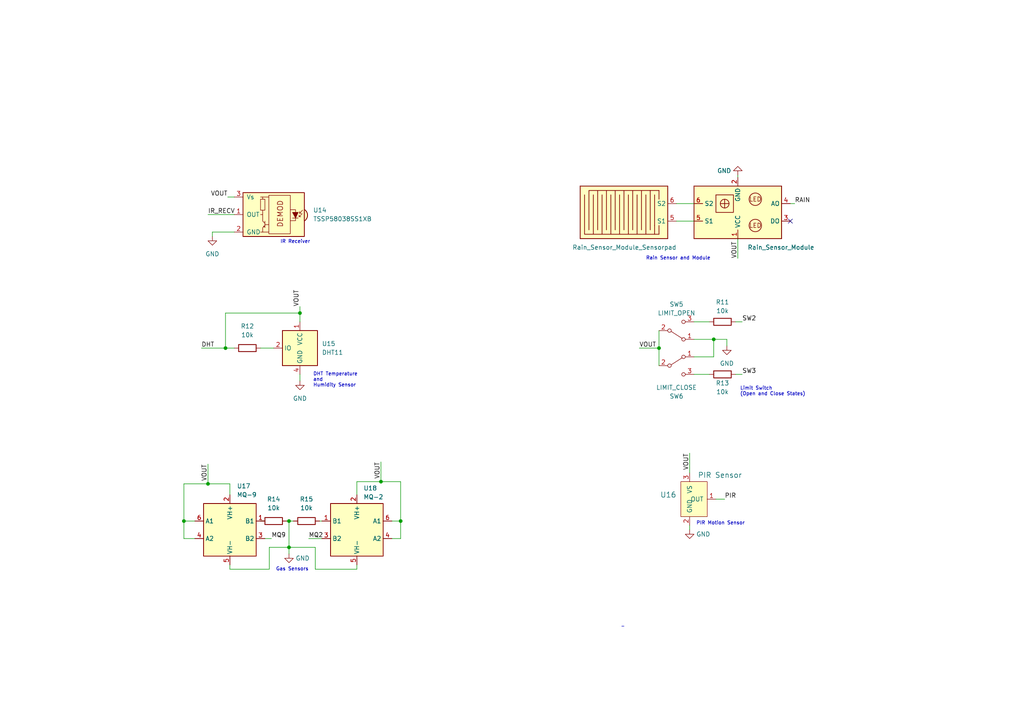
<source format=kicad_sch>
(kicad_sch (version 20211123) (generator eeschema)

  (uuid f9a45b2d-9b8a-48da-ba70-648c1de805eb)

  (paper "A4")

  (lib_symbols
    (symbol "Automated_Window:Rain_Sensor_Module" (in_bom yes) (on_board yes)
      (property "Reference" "U" (id 0) (at -7.62 8.89 0)
        (effects (font (size 1.27 1.27)) (justify right) hide)
      )
      (property "Value" "Rain_Sensor_Module" (id 1) (at 22.86 10.16 0)
        (effects (font (size 1.27 1.27)) (justify right))
      )
      (property "Footprint" "" (id 2) (at 0 -15.24 0)
        (effects (font (size 1.27 1.27)) hide)
      )
      (property "Datasheet" "https://www.openhacks.com/uploadsproductos/rain_sensor_module.pdf" (id 3) (at 1.778 6.35 0)
        (effects (font (size 1.27 1.27)) hide)
      )
      (property "ki_keywords" "Rain sensor Module" (id 4) (at 0 0 0)
        (effects (font (size 1.27 1.27)) hide)
      )
      (property "ki_description" "Rain sensor module for arduino" (id 5) (at 0 0 0)
        (effects (font (size 1.27 1.27)) hide)
      )
      (symbol "Rain_Sensor_Module_0_0"
        (text "LED" (at -2.54 -3.81 0)
          (effects (font (size 1.27 1.27)))
        )
        (text "LED" (at -2.54 3.81 0)
          (effects (font (size 1.27 1.27)))
        )
        (pin bidirectional line (at 15.24 2.54 180) (length 2.54)
          (name "S1" (effects (font (size 1.27 1.27))))
          (number "5" (effects (font (size 1.27 1.27))))
        )
        (pin bidirectional line (at 15.24 -2.54 180) (length 2.54)
          (name "S2" (effects (font (size 1.27 1.27))))
          (number "6" (effects (font (size 1.27 1.27))))
        )
      )
      (symbol "Rain_Sensor_Module_0_1"
        (rectangle (start -10.16 7.62) (end 15.24 -7.62)
          (stroke (width 0.254) (type default) (color 0 0 0 0))
          (fill (type background))
        )
        (circle (center -2.54 -3.81) (radius 1.8034)
          (stroke (width 0.2032) (type default) (color 0 0 0 0))
          (fill (type none))
        )
        (circle (center -2.54 3.81) (radius 1.8034)
          (stroke (width 0.2032) (type default) (color 0 0 0 0))
          (fill (type none))
        )
        (polyline
          (pts
            (xy 5.08 -2.54)
            (xy 7.62 -2.54)
          )
          (stroke (width 0.2032) (type default) (color 0 0 0 0))
          (fill (type none))
        )
        (polyline
          (pts
            (xy 6.35 -1.27)
            (xy 6.35 -3.81)
          )
          (stroke (width 0.2032) (type default) (color 0 0 0 0))
          (fill (type none))
        )
        (rectangle (start 3.81 0) (end 8.89 -5.08)
          (stroke (width 0.2032) (type default) (color 0 0 0 0))
          (fill (type none))
        )
        (circle (center 6.35 -2.54) (radius 1.27)
          (stroke (width 0.2032) (type default) (color 0 0 0 0))
          (fill (type none))
        )
      )
      (symbol "Rain_Sensor_Module_1_1"
        (pin power_in line (at 2.54 7.62 270) (length 2.54)
          (name "VCC" (effects (font (size 1.27 1.27))))
          (number "1" (effects (font (size 1.27 1.27))))
        )
        (pin power_in line (at 2.54 -10.16 90) (length 2.54)
          (name "GND" (effects (font (size 1.27 1.27))))
          (number "2" (effects (font (size 1.27 1.27))))
        )
        (pin output line (at -12.7 2.54 0) (length 2.54)
          (name "DO" (effects (font (size 1.27 1.27))))
          (number "3" (effects (font (size 1.27 1.27))))
        )
        (pin output line (at -12.7 -2.54 0) (length 2.54)
          (name "AO" (effects (font (size 1.27 1.27))))
          (number "4" (effects (font (size 1.27 1.27))))
        )
      )
    )
    (symbol "Automated_Window:Rain_Sensor_Module_Sensorpad" (in_bom yes) (on_board yes)
      (property "Reference" "U" (id 0) (at -7.62 8.89 0)
        (effects (font (size 1.27 1.27)) (justify right) hide)
      )
      (property "Value" "Rain_Sensor_Module_Sensorpad" (id 1) (at 16.51 10.16 0)
        (effects (font (size 1.27 1.27)) (justify right))
      )
      (property "Footprint" "" (id 2) (at 0 -15.24 0)
        (effects (font (size 1.27 1.27)) hide)
      )
      (property "Datasheet" "https://www.openhacks.com/uploadsproductos/rain_sensor_module.pdf" (id 3) (at 1.778 6.35 0)
        (effects (font (size 1.27 1.27)) hide)
      )
      (property "ki_keywords" "Rain sensor Module sensorpad" (id 4) (at 0 0 0)
        (effects (font (size 1.27 1.27)) hide)
      )
      (property "ki_description" "Rain sensor module sensorpad for arduino" (id 5) (at 0 0 0)
        (effects (font (size 1.27 1.27)) hide)
      )
      (symbol "Rain_Sensor_Module_Sensorpad_0_0"
        (rectangle (start -7.62 -6.35) (end -7.62 -3.81)
          (stroke (width 0.2032) (type default) (color 0 0 0 0))
          (fill (type none))
        )
        (rectangle (start -7.62 6.35) (end -7.62 3.81)
          (stroke (width 0.2032) (type default) (color 0 0 0 0))
          (fill (type none))
        )
        (rectangle (start -6.35 3.81) (end -6.35 -5.08)
          (stroke (width 0.2032) (type default) (color 0 0 0 0))
          (fill (type none))
        )
        (rectangle (start -6.35 6.35) (end -7.62 6.35)
          (stroke (width 0.2032) (type default) (color 0 0 0 0))
          (fill (type none))
        )
        (rectangle (start -5.08 -6.35) (end -7.62 -6.35)
          (stroke (width 0.2032) (type default) (color 0 0 0 0))
          (fill (type none))
        )
        (polyline
          (pts
            (xy 12.7 5.08)
            (xy 12.7 -6.35)
            (xy 10.16 -6.35)
            (xy 10.16 5.08)
            (xy 10.16 -6.35)
            (xy 7.62 -6.35)
            (xy 7.62 5.08)
            (xy 7.62 -6.35)
            (xy 5.08 -6.35)
            (xy 5.08 5.08)
            (xy 5.08 -6.35)
            (xy 2.54 -6.35)
            (xy 2.54 5.08)
            (xy 2.54 -6.35)
            (xy 0 -6.35)
            (xy 0 5.08)
            (xy 0 -6.35)
            (xy -2.54 -6.35)
            (xy -2.54 5.08)
            (xy -2.54 -6.35)
            (xy -5.08 -6.35)
            (xy -5.08 5.08)
          )
          (stroke (width 0.2032) (type default) (color 0 0 0 0))
          (fill (type none))
        )
        (polyline
          (pts
            (xy -6.35 3.81)
            (xy -6.35 6.35)
            (xy -3.81 6.35)
            (xy -3.81 -5.08)
            (xy -3.81 6.35)
            (xy -1.27 6.35)
            (xy -1.27 -5.08)
            (xy -1.27 6.35)
            (xy 1.27 6.35)
            (xy 1.27 -5.08)
            (xy 1.27 6.35)
            (xy 3.81 6.35)
            (xy 3.81 -5.08)
            (xy 3.81 6.35)
            (xy 6.35 6.35)
            (xy 6.35 -5.08)
            (xy 6.35 6.35)
            (xy 8.89 6.35)
            (xy 8.89 -5.08)
            (xy 8.89 6.35)
            (xy 11.43 6.35)
            (xy 11.43 -5.08)
            (xy 11.43 6.35)
            (xy 13.97 6.35)
            (xy 13.97 -5.08)
          )
          (stroke (width 0.2032) (type default) (color 0 0 0 0))
          (fill (type none))
        )
        (pin bidirectional line (at -12.7 2.54 0) (length 2.54)
          (name "S1" (effects (font (size 1.27 1.27))))
          (number "5" (effects (font (size 1.27 1.27))))
        )
        (pin bidirectional line (at -12.7 -2.54 0) (length 2.54)
          (name "S2" (effects (font (size 1.27 1.27))))
          (number "6" (effects (font (size 1.27 1.27))))
        )
      )
      (symbol "Rain_Sensor_Module_Sensorpad_0_1"
        (rectangle (start -10.16 7.62) (end 15.24 -7.62)
          (stroke (width 0.254) (type default) (color 0 0 0 0))
          (fill (type background))
        )
      )
    )
    (symbol "Automated_Window:TSOP38238" (pin_names (offset 1.016)) (in_bom yes) (on_board yes)
      (property "Reference" "U" (id 0) (at -2.413 3.556 0)
        (effects (font (size 1.524 1.524)) (justify left))
      )
      (property "Value" "TSOP38238" (id 1) (at 0.762 -8.89 0)
        (effects (font (size 1.524 1.524)) (justify left))
      )
      (property "Footprint" "digikey-footprints:IR_Receiver_TSOP38238" (id 2) (at 5.08 5.08 0)
        (effects (font (size 1.524 1.524)) (justify left) hide)
      )
      (property "Datasheet" "http://www.vishay.com/docs/82491/tsop382.pdf" (id 3) (at 5.08 7.62 0)
        (effects (font (size 1.524 1.524)) (justify left) hide)
      )
      (property "Digi-Key_PN" "751-1227-ND" (id 4) (at 5.08 10.16 0)
        (effects (font (size 1.524 1.524)) (justify left) hide)
      )
      (property "MPN" "TSOP38238" (id 5) (at 5.08 12.7 0)
        (effects (font (size 1.524 1.524)) (justify left) hide)
      )
      (property "Category" "Sensors, Transducers" (id 6) (at 5.08 15.24 0)
        (effects (font (size 1.524 1.524)) (justify left) hide)
      )
      (property "Family" "Optical Sensors - Photo Detectors - Remote Receiver" (id 7) (at 5.08 17.78 0)
        (effects (font (size 1.524 1.524)) (justify left) hide)
      )
      (property "DK_Datasheet_Link" "http://www.vishay.com/docs/82491/tsop382.pdf" (id 8) (at 5.08 20.32 0)
        (effects (font (size 1.524 1.524)) (justify left) hide)
      )
      (property "DK_Detail_Page" "/product-detail/en/vishay-semiconductor-opto-division/TSOP38238/751-1227-ND/1681362" (id 9) (at 5.08 22.86 0)
        (effects (font (size 1.524 1.524)) (justify left) hide)
      )
      (property "Description" "SENSOR REMOTE REC 38.0KHZ 45M" (id 10) (at 5.08 25.4 0)
        (effects (font (size 1.524 1.524)) (justify left) hide)
      )
      (property "Manufacturer" "Vishay Semiconductor Opto Division" (id 11) (at 5.08 27.94 0)
        (effects (font (size 1.524 1.524)) (justify left) hide)
      )
      (property "Status" "Active" (id 12) (at 5.08 30.48 0)
        (effects (font (size 1.524 1.524)) (justify left) hide)
      )
      (property "ki_keywords" "751-1227-ND" (id 13) (at 0 0 0)
        (effects (font (size 1.27 1.27)) hide)
      )
      (property "ki_description" "SENSOR REMOTE REC 38.0KHZ 45M" (id 14) (at 0 0 0)
        (effects (font (size 1.27 1.27)) hide)
      )
      (symbol "TSOP38238_0_1"
        (rectangle (start -2.54 2.54) (end 5.08 -7.62)
          (stroke (width 0) (type default) (color 0 0 0 0))
          (fill (type background))
        )
      )
      (symbol "TSOP38238_1_1"
        (pin output line (at 7.62 -2.54 180) (length 2.54)
          (name "OUT" (effects (font (size 1.27 1.27))))
          (number "1" (effects (font (size 1.27 1.27))))
        )
        (pin power_in line (at 0 -10.16 90) (length 2.54)
          (name "GND" (effects (font (size 1.27 1.27))))
          (number "2" (effects (font (size 1.27 1.27))))
        )
        (pin power_in line (at 0 5.08 270) (length 2.54)
          (name "VS" (effects (font (size 1.27 1.27))))
          (number "3" (effects (font (size 1.27 1.27))))
        )
      )
    )
    (symbol "Device:R" (pin_numbers hide) (pin_names (offset 0)) (in_bom yes) (on_board yes)
      (property "Reference" "R" (id 0) (at 2.032 0 90)
        (effects (font (size 1.27 1.27)))
      )
      (property "Value" "R" (id 1) (at 0 0 90)
        (effects (font (size 1.27 1.27)))
      )
      (property "Footprint" "" (id 2) (at -1.778 0 90)
        (effects (font (size 1.27 1.27)) hide)
      )
      (property "Datasheet" "~" (id 3) (at 0 0 0)
        (effects (font (size 1.27 1.27)) hide)
      )
      (property "ki_keywords" "R res resistor" (id 4) (at 0 0 0)
        (effects (font (size 1.27 1.27)) hide)
      )
      (property "ki_description" "Resistor" (id 5) (at 0 0 0)
        (effects (font (size 1.27 1.27)) hide)
      )
      (property "ki_fp_filters" "R_*" (id 6) (at 0 0 0)
        (effects (font (size 1.27 1.27)) hide)
      )
      (symbol "R_0_1"
        (rectangle (start -1.016 -2.54) (end 1.016 2.54)
          (stroke (width 0.254) (type default) (color 0 0 0 0))
          (fill (type none))
        )
      )
      (symbol "R_1_1"
        (pin passive line (at 0 3.81 270) (length 1.27)
          (name "~" (effects (font (size 1.27 1.27))))
          (number "1" (effects (font (size 1.27 1.27))))
        )
        (pin passive line (at 0 -3.81 90) (length 1.27)
          (name "~" (effects (font (size 1.27 1.27))))
          (number "2" (effects (font (size 1.27 1.27))))
        )
      )
    )
    (symbol "Sensor:DHT11" (in_bom yes) (on_board yes)
      (property "Reference" "U" (id 0) (at -3.81 6.35 0)
        (effects (font (size 1.27 1.27)))
      )
      (property "Value" "DHT11" (id 1) (at 3.81 6.35 0)
        (effects (font (size 1.27 1.27)))
      )
      (property "Footprint" "Sensor:Aosong_DHT11_5.5x12.0_P2.54mm" (id 2) (at 0 -10.16 0)
        (effects (font (size 1.27 1.27)) hide)
      )
      (property "Datasheet" "http://akizukidenshi.com/download/ds/aosong/DHT11.pdf" (id 3) (at 3.81 6.35 0)
        (effects (font (size 1.27 1.27)) hide)
      )
      (property "ki_keywords" "Digital temperature humidity sensor" (id 4) (at 0 0 0)
        (effects (font (size 1.27 1.27)) hide)
      )
      (property "ki_description" "Temperature and humidity module" (id 5) (at 0 0 0)
        (effects (font (size 1.27 1.27)) hide)
      )
      (property "ki_fp_filters" "Aosong*DHT11*5.5x12.0*P2.54mm*" (id 6) (at 0 0 0)
        (effects (font (size 1.27 1.27)) hide)
      )
      (symbol "DHT11_0_1"
        (rectangle (start -5.08 5.08) (end 5.08 -5.08)
          (stroke (width 0.254) (type default) (color 0 0 0 0))
          (fill (type background))
        )
      )
      (symbol "DHT11_1_1"
        (pin power_in line (at 0 7.62 270) (length 2.54)
          (name "VCC" (effects (font (size 1.27 1.27))))
          (number "1" (effects (font (size 1.27 1.27))))
        )
        (pin bidirectional line (at 7.62 0 180) (length 2.54)
          (name "IO" (effects (font (size 1.27 1.27))))
          (number "2" (effects (font (size 1.27 1.27))))
        )
        (pin no_connect line (at -5.08 0 0) (length 2.54) hide
          (name "NC" (effects (font (size 1.27 1.27))))
          (number "3" (effects (font (size 1.27 1.27))))
        )
        (pin power_in line (at 0 -7.62 90) (length 2.54)
          (name "GND" (effects (font (size 1.27 1.27))))
          (number "4" (effects (font (size 1.27 1.27))))
        )
      )
    )
    (symbol "Sensor_Gas:MQ-6" (in_bom yes) (on_board yes)
      (property "Reference" "U" (id 0) (at -6.35 8.89 0)
        (effects (font (size 1.27 1.27)))
      )
      (property "Value" "MQ-6" (id 1) (at 3.81 8.89 0)
        (effects (font (size 1.27 1.27)))
      )
      (property "Footprint" "Sensor:MQ-6" (id 2) (at 1.27 -11.43 0)
        (effects (font (size 1.27 1.27)) hide)
      )
      (property "Datasheet" "https://www.winsen-sensor.com/d/files/semiconductor/mq-6.pdf" (id 3) (at 0 6.35 0)
        (effects (font (size 1.27 1.27)) hide)
      )
      (property "ki_keywords" "flammable gas sensor LPG" (id 4) (at 0 0 0)
        (effects (font (size 1.27 1.27)) hide)
      )
      (property "ki_description" "Semiconductor Sensor for Flammable Gas" (id 5) (at 0 0 0)
        (effects (font (size 1.27 1.27)) hide)
      )
      (property "ki_fp_filters" "*MQ*6*" (id 6) (at 0 0 0)
        (effects (font (size 1.27 1.27)) hide)
      )
      (symbol "MQ-6_0_1"
        (rectangle (start -7.62 7.62) (end 7.62 -7.62)
          (stroke (width 0.254) (type default) (color 0 0 0 0))
          (fill (type background))
        )
      )
      (symbol "MQ-6_1_1"
        (pin passive line (at 10.16 2.54 180) (length 2.54)
          (name "B1" (effects (font (size 1.27 1.27))))
          (number "1" (effects (font (size 1.27 1.27))))
        )
        (pin power_in line (at 0 10.16 270) (length 2.54)
          (name "VH+" (effects (font (size 1.27 1.27))))
          (number "2" (effects (font (size 1.27 1.27))))
        )
        (pin passive line (at 10.16 -2.54 180) (length 2.54)
          (name "B2" (effects (font (size 1.27 1.27))))
          (number "3" (effects (font (size 1.27 1.27))))
        )
        (pin passive line (at -10.16 -2.54 0) (length 2.54)
          (name "A2" (effects (font (size 1.27 1.27))))
          (number "4" (effects (font (size 1.27 1.27))))
        )
        (pin power_in line (at 0 -10.16 90) (length 2.54)
          (name "VH-" (effects (font (size 1.27 1.27))))
          (number "5" (effects (font (size 1.27 1.27))))
        )
        (pin passive line (at -10.16 2.54 0) (length 2.54)
          (name "A1" (effects (font (size 1.27 1.27))))
          (number "6" (effects (font (size 1.27 1.27))))
        )
      )
    )
    (symbol "Sensor_Proximity:TSSP58038SS1XB" (pin_names (offset 1.016)) (in_bom yes) (on_board yes)
      (property "Reference" "U" (id 0) (at -10.16 7.62 0)
        (effects (font (size 1.27 1.27)) (justify left))
      )
      (property "Value" "TSSP58038SS1XB" (id 1) (at -10.16 -7.62 0)
        (effects (font (size 1.27 1.27)) (justify left))
      )
      (property "Footprint" "OptoDevice:Vishay_MINICAST-3Pin" (id 2) (at -1.27 -9.525 0)
        (effects (font (size 1.27 1.27)) hide)
      )
      (property "Datasheet" "http://www.vishay.com/docs/82740/tssp58038ss1xb.pdf" (id 3) (at 16.51 7.62 0)
        (effects (font (size 1.27 1.27)) hide)
      )
      (property "ki_keywords" "opto IR receiver light barrier" (id 4) (at 0 0 0)
        (effects (font (size 1.27 1.27)) hide)
      )
      (property "ki_description" "IR Receiver Module for Light Barrier Systems" (id 5) (at 0 0 0)
        (effects (font (size 1.27 1.27)) hide)
      )
      (property "ki_fp_filters" "Vishay*MINICAST*" (id 6) (at 0 0 0)
        (effects (font (size 1.27 1.27)) hide)
      )
      (symbol "TSSP58038SS1XB_0_0"
        (arc (start -10.287 1.397) (mid -11.0899 -0.1852) (end -10.287 -1.778)
          (stroke (width 0.254) (type default) (color 0 0 0 0))
          (fill (type background))
        )
        (polyline
          (pts
            (xy 1.905 -5.08)
            (xy 0.127 -5.08)
          )
          (stroke (width 0) (type default) (color 0 0 0 0))
          (fill (type none))
        )
        (polyline
          (pts
            (xy 1.905 5.08)
            (xy 0.127 5.08)
          )
          (stroke (width 0) (type default) (color 0 0 0 0))
          (fill (type none))
        )
        (text "DEMOD" (at -3.175 0.254 900)
          (effects (font (size 1.524 1.524)))
        )
      )
      (symbol "TSSP58038SS1XB_0_1"
        (rectangle (start -6.096 5.588) (end 0.127 -5.588)
          (stroke (width 0) (type default) (color 0 0 0 0))
          (fill (type none))
        )
        (polyline
          (pts
            (xy -8.763 0.381)
            (xy -9.652 1.27)
          )
          (stroke (width 0) (type default) (color 0 0 0 0))
          (fill (type none))
        )
        (polyline
          (pts
            (xy -8.763 0.381)
            (xy -9.271 0.381)
          )
          (stroke (width 0) (type default) (color 0 0 0 0))
          (fill (type none))
        )
        (polyline
          (pts
            (xy -8.763 0.381)
            (xy -8.763 0.889)
          )
          (stroke (width 0) (type default) (color 0 0 0 0))
          (fill (type none))
        )
        (polyline
          (pts
            (xy -8.636 -0.635)
            (xy -9.525 0.254)
          )
          (stroke (width 0) (type default) (color 0 0 0 0))
          (fill (type none))
        )
        (polyline
          (pts
            (xy -8.636 -0.635)
            (xy -9.144 -0.635)
          )
          (stroke (width 0) (type default) (color 0 0 0 0))
          (fill (type none))
        )
        (polyline
          (pts
            (xy -8.636 -0.635)
            (xy -8.636 -0.127)
          )
          (stroke (width 0) (type default) (color 0 0 0 0))
          (fill (type none))
        )
        (polyline
          (pts
            (xy -8.382 -1.016)
            (xy -6.731 -1.016)
          )
          (stroke (width 0) (type default) (color 0 0 0 0))
          (fill (type none))
        )
        (polyline
          (pts
            (xy 1.27 -2.921)
            (xy 0.127 -2.921)
          )
          (stroke (width 0) (type default) (color 0 0 0 0))
          (fill (type none))
        )
        (polyline
          (pts
            (xy 1.27 -1.905)
            (xy 1.27 -3.81)
          )
          (stroke (width 0) (type default) (color 0 0 0 0))
          (fill (type none))
        )
        (polyline
          (pts
            (xy 1.397 -3.556)
            (xy 1.524 -3.556)
          )
          (stroke (width 0) (type default) (color 0 0 0 0))
          (fill (type none))
        )
        (polyline
          (pts
            (xy 1.651 -3.556)
            (xy 1.524 -3.556)
          )
          (stroke (width 0) (type default) (color 0 0 0 0))
          (fill (type none))
        )
        (polyline
          (pts
            (xy 1.651 -3.556)
            (xy 1.651 -3.302)
          )
          (stroke (width 0) (type default) (color 0 0 0 0))
          (fill (type none))
        )
        (polyline
          (pts
            (xy 1.905 0)
            (xy 1.905 1.27)
          )
          (stroke (width 0) (type default) (color 0 0 0 0))
          (fill (type none))
        )
        (polyline
          (pts
            (xy 1.905 4.445)
            (xy 1.905 5.08)
            (xy 2.54 5.08)
          )
          (stroke (width 0) (type default) (color 0 0 0 0))
          (fill (type none))
        )
        (polyline
          (pts
            (xy -8.382 0.635)
            (xy -6.731 0.635)
            (xy -7.62 -1.016)
            (xy -8.382 0.635)
          )
          (stroke (width 0) (type default) (color 0 0 0 0))
          (fill (type outline))
        )
        (polyline
          (pts
            (xy -6.096 1.397)
            (xy -7.62 1.397)
            (xy -7.62 -1.778)
            (xy -6.096 -1.778)
          )
          (stroke (width 0) (type default) (color 0 0 0 0))
          (fill (type none))
        )
        (polyline
          (pts
            (xy 1.27 -3.175)
            (xy 1.905 -3.81)
            (xy 1.905 -5.08)
            (xy 2.54 -5.08)
          )
          (stroke (width 0) (type default) (color 0 0 0 0))
          (fill (type none))
        )
        (polyline
          (pts
            (xy 1.27 -2.54)
            (xy 1.905 -1.905)
            (xy 1.905 0)
            (xy 2.54 0)
          )
          (stroke (width 0) (type default) (color 0 0 0 0))
          (fill (type none))
        )
        (rectangle (start 2.54 1.27) (end 1.27 4.445)
          (stroke (width 0) (type default) (color 0 0 0 0))
          (fill (type none))
        )
        (rectangle (start 7.62 6.35) (end -10.16 -6.35)
          (stroke (width 0.254) (type default) (color 0 0 0 0))
          (fill (type background))
        )
      )
      (symbol "TSSP58038SS1XB_1_1"
        (pin output line (at 10.16 0 180) (length 2.54)
          (name "OUT" (effects (font (size 1.27 1.27))))
          (number "1" (effects (font (size 1.27 1.27))))
        )
        (pin power_in line (at 10.16 -5.08 180) (length 2.54)
          (name "GND" (effects (font (size 1.27 1.27))))
          (number "2" (effects (font (size 1.27 1.27))))
        )
        (pin power_in line (at 10.16 5.08 180) (length 2.54)
          (name "Vs" (effects (font (size 1.27 1.27))))
          (number "3" (effects (font (size 1.27 1.27))))
        )
      )
    )
    (symbol "Switch:SW_SPDT" (pin_names (offset 0) hide) (in_bom yes) (on_board yes)
      (property "Reference" "SW" (id 0) (at 0 4.318 0)
        (effects (font (size 1.27 1.27)))
      )
      (property "Value" "SW_SPDT" (id 1) (at 0 -5.08 0)
        (effects (font (size 1.27 1.27)))
      )
      (property "Footprint" "" (id 2) (at 0 0 0)
        (effects (font (size 1.27 1.27)) hide)
      )
      (property "Datasheet" "~" (id 3) (at 0 0 0)
        (effects (font (size 1.27 1.27)) hide)
      )
      (property "ki_keywords" "switch single-pole double-throw spdt ON-ON" (id 4) (at 0 0 0)
        (effects (font (size 1.27 1.27)) hide)
      )
      (property "ki_description" "Switch, single pole double throw" (id 5) (at 0 0 0)
        (effects (font (size 1.27 1.27)) hide)
      )
      (symbol "SW_SPDT_0_0"
        (circle (center -2.032 0) (radius 0.508)
          (stroke (width 0) (type default) (color 0 0 0 0))
          (fill (type none))
        )
        (circle (center 2.032 -2.54) (radius 0.508)
          (stroke (width 0) (type default) (color 0 0 0 0))
          (fill (type none))
        )
      )
      (symbol "SW_SPDT_0_1"
        (polyline
          (pts
            (xy -1.524 0.254)
            (xy 1.651 2.286)
          )
          (stroke (width 0) (type default) (color 0 0 0 0))
          (fill (type none))
        )
        (circle (center 2.032 2.54) (radius 0.508)
          (stroke (width 0) (type default) (color 0 0 0 0))
          (fill (type none))
        )
      )
      (symbol "SW_SPDT_1_1"
        (pin passive line (at 5.08 2.54 180) (length 2.54)
          (name "A" (effects (font (size 1.27 1.27))))
          (number "1" (effects (font (size 1.27 1.27))))
        )
        (pin passive line (at -5.08 0 0) (length 2.54)
          (name "B" (effects (font (size 1.27 1.27))))
          (number "2" (effects (font (size 1.27 1.27))))
        )
        (pin passive line (at 5.08 -2.54 180) (length 2.54)
          (name "C" (effects (font (size 1.27 1.27))))
          (number "3" (effects (font (size 1.27 1.27))))
        )
      )
    )
    (symbol "power:GND" (power) (pin_names (offset 0)) (in_bom yes) (on_board yes)
      (property "Reference" "#PWR" (id 0) (at 0 -6.35 0)
        (effects (font (size 1.27 1.27)) hide)
      )
      (property "Value" "GND" (id 1) (at 0 -3.81 0)
        (effects (font (size 1.27 1.27)))
      )
      (property "Footprint" "" (id 2) (at 0 0 0)
        (effects (font (size 1.27 1.27)) hide)
      )
      (property "Datasheet" "" (id 3) (at 0 0 0)
        (effects (font (size 1.27 1.27)) hide)
      )
      (property "ki_keywords" "power-flag" (id 4) (at 0 0 0)
        (effects (font (size 1.27 1.27)) hide)
      )
      (property "ki_description" "Power symbol creates a global label with name \"GND\" , ground" (id 5) (at 0 0 0)
        (effects (font (size 1.27 1.27)) hide)
      )
      (symbol "GND_0_1"
        (polyline
          (pts
            (xy 0 0)
            (xy 0 -1.27)
            (xy 1.27 -1.27)
            (xy 0 -2.54)
            (xy -1.27 -1.27)
            (xy 0 -1.27)
          )
          (stroke (width 0) (type default) (color 0 0 0 0))
          (fill (type none))
        )
      )
      (symbol "GND_1_1"
        (pin power_in line (at 0 0 270) (length 0) hide
          (name "GND" (effects (font (size 1.27 1.27))))
          (number "1" (effects (font (size 1.27 1.27))))
        )
      )
    )
  )

  (junction (at 116.205 151.13) (diameter 0) (color 0 0 0 0)
    (uuid 101e1ad0-aa4f-44a6-9702-5418e3bdf925)
  )
  (junction (at 60.325 140.335) (diameter 0) (color 0 0 0 0)
    (uuid 122c80d2-eedb-4688-af54-bfd0f645569e)
  )
  (junction (at 83.82 158.75) (diameter 0) (color 0 0 0 0)
    (uuid 2f3b6d13-168f-4833-b526-ed62f13492c1)
  )
  (junction (at 65.405 100.965) (diameter 0) (color 0 0 0 0)
    (uuid 31dbe355-e9ad-4d4d-ada9-0f8d65a65c72)
  )
  (junction (at 86.995 90.805) (diameter 0) (color 0 0 0 0)
    (uuid 9761f113-9db6-41bd-8a75-e6de6f5f65db)
  )
  (junction (at 53.34 151.13) (diameter 0) (color 0 0 0 0)
    (uuid ab7cc3e3-acab-4fe0-a3a8-2b704d358a8d)
  )
  (junction (at 191.135 100.965) (diameter 0) (color 0 0 0 0)
    (uuid b962287f-2ca4-457e-9504-67b2af51a6f4)
  )
  (junction (at 207.01 98.425) (diameter 0) (color 0 0 0 0)
    (uuid d2804dff-7cee-4ab0-8964-ede9e22f9782)
  )
  (junction (at 83.82 151.13) (diameter 0) (color 0 0 0 0)
    (uuid e2cc971e-4645-4014-ba7d-b4fe60a49ee0)
  )
  (junction (at 110.49 139.7) (diameter 0) (color 0 0 0 0)
    (uuid e8db2c09-dbc9-49f4-96fc-3cf59a470627)
  )

  (no_connect (at 229.235 64.135) (uuid 78c1752c-2a5e-471d-880a-5d7841b10f92))

  (wire (pts (xy 93.345 151.13) (xy 92.71 151.13))
    (stroke (width 0) (type default) (color 0 0 0 0))
    (uuid 038883cf-b8ba-4dfb-b17e-9fc944eee707)
  )
  (wire (pts (xy 53.34 140.335) (xy 53.34 151.13))
    (stroke (width 0) (type default) (color 0 0 0 0))
    (uuid 0a789dc3-cf2f-4e46-8891-2d76587feea5)
  )
  (wire (pts (xy 201.295 98.425) (xy 207.01 98.425))
    (stroke (width 0) (type default) (color 0 0 0 0))
    (uuid 0a8e3a72-ade0-40c1-811b-94767258e0ce)
  )
  (wire (pts (xy 61.595 68.58) (xy 61.595 67.31))
    (stroke (width 0) (type default) (color 0 0 0 0))
    (uuid 0f67eaa9-a3d5-4cc8-9790-fa0cdf9f66ae)
  )
  (wire (pts (xy 66.675 163.83) (xy 66.675 165.1))
    (stroke (width 0) (type default) (color 0 0 0 0))
    (uuid 10136ef0-f52e-4d16-8351-fdf42d313f36)
  )
  (wire (pts (xy 65.405 100.965) (xy 67.945 100.965))
    (stroke (width 0) (type default) (color 0 0 0 0))
    (uuid 118980a2-c363-4928-bf80-f423f17d0380)
  )
  (wire (pts (xy 60.325 140.335) (xy 53.34 140.335))
    (stroke (width 0) (type default) (color 0 0 0 0))
    (uuid 118f5a8c-85b0-4cfb-bcf3-14bc4d8215f0)
  )
  (wire (pts (xy 65.405 90.805) (xy 86.995 90.805))
    (stroke (width 0) (type default) (color 0 0 0 0))
    (uuid 1346a322-5e6c-4bb8-b425-a273835ed151)
  )
  (wire (pts (xy 83.185 151.13) (xy 83.82 151.13))
    (stroke (width 0) (type default) (color 0 0 0 0))
    (uuid 13ddd619-8567-4154-b383-5a1ebe8bfe05)
  )
  (wire (pts (xy 191.135 100.965) (xy 191.135 95.885))
    (stroke (width 0) (type default) (color 0 0 0 0))
    (uuid 166fd39e-653d-457e-966d-d11ef8454dba)
  )
  (wire (pts (xy 85.09 151.13) (xy 83.82 151.13))
    (stroke (width 0) (type default) (color 0 0 0 0))
    (uuid 1841d825-308f-4a50-8616-9aa740e3d2d8)
  )
  (wire (pts (xy 56.515 156.21) (xy 53.34 156.21))
    (stroke (width 0) (type default) (color 0 0 0 0))
    (uuid 1d5a6bf1-f888-4a49-bbef-394ab367ccb4)
  )
  (wire (pts (xy 201.295 108.585) (xy 205.74 108.585))
    (stroke (width 0) (type default) (color 0 0 0 0))
    (uuid 1e495e68-40db-4d00-9ebe-f003b6eda461)
  )
  (wire (pts (xy 103.505 143.51) (xy 103.505 139.7))
    (stroke (width 0) (type default) (color 0 0 0 0))
    (uuid 208cbeab-f37d-4e89-bfb4-c5fe393703d6)
  )
  (wire (pts (xy 110.49 133.985) (xy 110.49 139.7))
    (stroke (width 0) (type default) (color 0 0 0 0))
    (uuid 22bb0faf-ecbb-4c44-8cea-4899532e2ddc)
  )
  (wire (pts (xy 207.01 103.505) (xy 207.01 98.425))
    (stroke (width 0) (type default) (color 0 0 0 0))
    (uuid 2ce0b91e-3d5e-435a-8e54-8efafc40b473)
  )
  (wire (pts (xy 210.82 98.425) (xy 210.82 100.33))
    (stroke (width 0) (type default) (color 0 0 0 0))
    (uuid 2e21ece1-b948-4d91-a460-6849415bfc48)
  )
  (wire (pts (xy 66.675 140.335) (xy 60.325 140.335))
    (stroke (width 0) (type default) (color 0 0 0 0))
    (uuid 2ee8a186-5c68-4ad8-ade3-29a3fb907345)
  )
  (wire (pts (xy 91.44 158.75) (xy 83.82 158.75))
    (stroke (width 0) (type default) (color 0 0 0 0))
    (uuid 424ffa86-65ae-4acc-af32-b1f045f8e78d)
  )
  (wire (pts (xy 66.675 165.1) (xy 78.105 165.1))
    (stroke (width 0) (type default) (color 0 0 0 0))
    (uuid 457beb9b-1748-4cda-b4bc-9ef60293f760)
  )
  (wire (pts (xy 53.34 156.21) (xy 53.34 151.13))
    (stroke (width 0) (type default) (color 0 0 0 0))
    (uuid 468dd247-73c3-48e7-b09f-44c5079a8745)
  )
  (wire (pts (xy 89.535 156.21) (xy 93.345 156.21))
    (stroke (width 0) (type default) (color 0 0 0 0))
    (uuid 48ae5c0b-12c9-4260-aa57-c895d6241ac9)
  )
  (wire (pts (xy 60.325 62.23) (xy 67.945 62.23))
    (stroke (width 0) (type default) (color 0 0 0 0))
    (uuid 4dc8a360-dbbb-4d46-bf9f-929f68963f5f)
  )
  (wire (pts (xy 207.01 98.425) (xy 210.82 98.425))
    (stroke (width 0) (type default) (color 0 0 0 0))
    (uuid 509274a9-37e4-4463-8dac-e8db556867f1)
  )
  (wire (pts (xy 110.49 139.7) (xy 116.205 139.7))
    (stroke (width 0) (type default) (color 0 0 0 0))
    (uuid 5c8f8c54-da5c-442f-b72f-e56174883992)
  )
  (wire (pts (xy 213.36 108.585) (xy 215.265 108.585))
    (stroke (width 0) (type default) (color 0 0 0 0))
    (uuid 5ebf6fe9-73bf-4d2b-8dc7-05711c615bef)
  )
  (wire (pts (xy 229.235 59.055) (xy 230.505 59.055))
    (stroke (width 0) (type default) (color 0 0 0 0))
    (uuid 609bc763-7440-477f-af0d-bcf3313b40f2)
  )
  (wire (pts (xy 201.295 64.135) (xy 196.215 64.135))
    (stroke (width 0) (type default) (color 0 0 0 0))
    (uuid 70e6b2dc-ae10-4d9c-9e48-ab392cd0733a)
  )
  (wire (pts (xy 78.105 165.1) (xy 78.105 158.75))
    (stroke (width 0) (type default) (color 0 0 0 0))
    (uuid 76ce9f14-6d95-45b2-90b4-55340c0432a7)
  )
  (wire (pts (xy 91.44 165.1) (xy 91.44 158.75))
    (stroke (width 0) (type default) (color 0 0 0 0))
    (uuid 7b4584cf-7b57-479e-8404-76f87faa710f)
  )
  (wire (pts (xy 66.04 57.15) (xy 67.945 57.15))
    (stroke (width 0) (type default) (color 0 0 0 0))
    (uuid 805d8cd6-cec5-45c3-bca2-b8f9275c06d2)
  )
  (wire (pts (xy 66.675 143.51) (xy 66.675 140.335))
    (stroke (width 0) (type default) (color 0 0 0 0))
    (uuid 81e90634-7654-4447-96bd-f1fc395988ed)
  )
  (wire (pts (xy 213.995 74.93) (xy 213.995 69.215))
    (stroke (width 0) (type default) (color 0 0 0 0))
    (uuid 8246c6f7-fc06-4f4c-a1ca-3966acc6e630)
  )
  (wire (pts (xy 75.565 151.13) (xy 76.835 151.13))
    (stroke (width 0) (type default) (color 0 0 0 0))
    (uuid 859c1434-5285-4350-8c01-819e2ad6a9d4)
  )
  (wire (pts (xy 65.405 100.965) (xy 65.405 90.805))
    (stroke (width 0) (type default) (color 0 0 0 0))
    (uuid 86fb84cb-33f2-454a-81b5-7d2f92d1446a)
  )
  (wire (pts (xy 201.295 103.505) (xy 207.01 103.505))
    (stroke (width 0) (type default) (color 0 0 0 0))
    (uuid 871485f4-e0f3-4d63-984c-5f6daf7e853d)
  )
  (wire (pts (xy 213.36 93.345) (xy 215.265 93.345))
    (stroke (width 0) (type default) (color 0 0 0 0))
    (uuid 916f9460-07e6-45f3-a590-7e7167326529)
  )
  (wire (pts (xy 83.82 158.75) (xy 83.82 160.655))
    (stroke (width 0) (type default) (color 0 0 0 0))
    (uuid 92cadd80-cdc3-40d8-b8a5-a0f5fb3970e1)
  )
  (wire (pts (xy 53.34 151.13) (xy 56.515 151.13))
    (stroke (width 0) (type default) (color 0 0 0 0))
    (uuid 9447ad62-b44c-4534-85f0-87cf9f651c37)
  )
  (wire (pts (xy 116.205 156.21) (xy 113.665 156.21))
    (stroke (width 0) (type default) (color 0 0 0 0))
    (uuid 9cc3e4d0-d701-4fa6-9586-0b8e77f1fb0b)
  )
  (wire (pts (xy 113.665 151.13) (xy 116.205 151.13))
    (stroke (width 0) (type default) (color 0 0 0 0))
    (uuid a026ca84-c91a-482d-a7fb-57f4e053ce89)
  )
  (wire (pts (xy 103.505 165.1) (xy 91.44 165.1))
    (stroke (width 0) (type default) (color 0 0 0 0))
    (uuid a858cf21-7845-4a6d-bae7-7d73a09d4ca2)
  )
  (wire (pts (xy 200.025 152.4) (xy 200.025 153.67))
    (stroke (width 0) (type default) (color 0 0 0 0))
    (uuid acdead22-7222-420b-b4b7-c7e730e1e90e)
  )
  (wire (pts (xy 76.835 156.21) (xy 78.74 156.21))
    (stroke (width 0) (type default) (color 0 0 0 0))
    (uuid ad3ba1ac-b5a3-478d-9d8f-2c50f085df9d)
  )
  (polyline (pts (xy 180.34 181.61) (xy 180.975 181.61))
    (stroke (width 0) (type default) (color 0 0 0 0))
    (uuid b0428c47-6c42-4265-b611-786218c8ec2e)
  )

  (wire (pts (xy 116.205 139.7) (xy 116.205 151.13))
    (stroke (width 0) (type default) (color 0 0 0 0))
    (uuid b4c63db4-736e-4de7-a259-fc3cfeada553)
  )
  (wire (pts (xy 103.505 163.83) (xy 103.505 165.1))
    (stroke (width 0) (type default) (color 0 0 0 0))
    (uuid beb6160f-354f-470d-86e0-59c475e9b96a)
  )
  (wire (pts (xy 213.995 51.435) (xy 213.995 50.8))
    (stroke (width 0) (type default) (color 0 0 0 0))
    (uuid bf90b4fd-79d9-404e-a34e-5757d49c7fdb)
  )
  (wire (pts (xy 60.325 134.62) (xy 60.325 140.335))
    (stroke (width 0) (type default) (color 0 0 0 0))
    (uuid c68de94c-3fbf-46d7-aa5b-cb69ad00dc27)
  )
  (wire (pts (xy 201.295 59.055) (xy 196.215 59.055))
    (stroke (width 0) (type default) (color 0 0 0 0))
    (uuid c76c19d4-8152-496e-b890-4dc61ac012f0)
  )
  (wire (pts (xy 116.205 151.13) (xy 116.205 156.21))
    (stroke (width 0) (type default) (color 0 0 0 0))
    (uuid c8046035-7589-4dd8-9709-c2e7a604e6d3)
  )
  (wire (pts (xy 75.565 100.965) (xy 79.375 100.965))
    (stroke (width 0) (type default) (color 0 0 0 0))
    (uuid c9a96cfe-9373-4ade-bc2f-379df2dce2e0)
  )
  (wire (pts (xy 201.295 93.345) (xy 205.74 93.345))
    (stroke (width 0) (type default) (color 0 0 0 0))
    (uuid cd94bc19-7429-4756-80a4-1124d789ff4b)
  )
  (wire (pts (xy 86.995 90.805) (xy 86.995 93.345))
    (stroke (width 0) (type default) (color 0 0 0 0))
    (uuid cf146a44-d5d5-4d94-aeeb-8ca7b18fb085)
  )
  (wire (pts (xy 103.505 139.7) (xy 110.49 139.7))
    (stroke (width 0) (type default) (color 0 0 0 0))
    (uuid d3f6ea7c-6278-4520-a2f5-bc5478f7806e)
  )
  (wire (pts (xy 86.995 88.9) (xy 86.995 90.805))
    (stroke (width 0) (type default) (color 0 0 0 0))
    (uuid d857072d-8e24-481a-a7c7-6e95917e9bea)
  )
  (wire (pts (xy 58.42 100.965) (xy 65.405 100.965))
    (stroke (width 0) (type default) (color 0 0 0 0))
    (uuid d8fe664d-86ab-42e7-8606-0955efe1e3a6)
  )
  (wire (pts (xy 200.025 131.445) (xy 200.025 137.16))
    (stroke (width 0) (type default) (color 0 0 0 0))
    (uuid da294eb2-258b-4f9e-b2fc-5a6fa95c7ec3)
  )
  (wire (pts (xy 207.645 144.78) (xy 210.185 144.78))
    (stroke (width 0) (type default) (color 0 0 0 0))
    (uuid da2cc9b5-522c-4210-a571-da3f6f57fc1a)
  )
  (wire (pts (xy 185.42 100.965) (xy 191.135 100.965))
    (stroke (width 0) (type default) (color 0 0 0 0))
    (uuid e18665dc-7163-49fc-870d-a036b8d211b5)
  )
  (wire (pts (xy 61.595 67.31) (xy 67.945 67.31))
    (stroke (width 0) (type default) (color 0 0 0 0))
    (uuid e3218227-67bd-44c7-b6c7-1b95e5636a1d)
  )
  (wire (pts (xy 191.135 100.965) (xy 191.135 106.045))
    (stroke (width 0) (type default) (color 0 0 0 0))
    (uuid eed9be4d-f069-4c2a-9dc6-652ab76d96f4)
  )
  (wire (pts (xy 78.105 158.75) (xy 83.82 158.75))
    (stroke (width 0) (type default) (color 0 0 0 0))
    (uuid f321a425-ec60-4bda-8b11-b9f0139c97bc)
  )
  (wire (pts (xy 83.82 151.13) (xy 83.82 158.75))
    (stroke (width 0) (type default) (color 0 0 0 0))
    (uuid f9953810-0fe1-4f7f-a707-b262338e706a)
  )
  (wire (pts (xy 86.995 108.585) (xy 86.995 110.49))
    (stroke (width 0) (type default) (color 0 0 0 0))
    (uuid fd037a04-216a-40c9-ad1c-1073590d09de)
  )

  (text "Rain Sensor and Module " (at 187.325 75.565 0)
    (effects (font (size 1 1)) (justify left bottom))
    (uuid 1bf76d5c-798c-4fab-8ca8-c5fcb8f00086)
  )
  (text "PIR Motion Sensor \n" (at 201.93 152.4 0)
    (effects (font (size 1 1)) (justify left bottom))
    (uuid 4724956f-4cc9-48a1-8902-6acfffabe868)
  )
  (text "Gas Sensors\n" (at 80.01 165.735 0)
    (effects (font (size 1 1)) (justify left bottom))
    (uuid 474980ad-c21d-4301-87a8-b4a86715e0c2)
  )
  (text "DHT Temperature \nand \nHumidity Sensor \n" (at 90.805 112.395 0)
    (effects (font (size 1 1)) (justify left bottom))
    (uuid 61cc1403-e390-414d-9b37-6fe3117d165e)
  )
  (text "Limit Switch\n(Open and Close States)" (at 214.63 114.935 0)
    (effects (font (size 1 1)) (justify left bottom))
    (uuid 7a10455a-aebe-4394-ae11-51b51170e38c)
  )
  (text "IR Receiver\n\n" (at 81.28 72.39 0)
    (effects (font (size 1 1)) (justify left bottom))
    (uuid ae2e3a25-f87f-43af-b133-45a6de79d92c)
  )

  (label "VOUT" (at 185.42 100.965 0)
    (effects (font (size 1.27 1.27)) (justify left bottom))
    (uuid 0110a452-9518-4d24-ba49-2ebde7246b34)
  )
  (label "SW2" (at 215.265 93.345 0)
    (effects (font (size 1.27 1.27)) (justify left bottom))
    (uuid 07d89968-8a2a-4985-9b2a-3b15fc9fa307)
  )
  (label "MQ9" (at 78.74 156.21 0)
    (effects (font (size 1.27 1.27)) (justify left bottom))
    (uuid 0d21f4c2-e28c-4f2c-8362-6b01de477487)
  )
  (label "MQ2" (at 89.535 156.21 0)
    (effects (font (size 1.27 1.27)) (justify left bottom))
    (uuid 3432e681-949d-4b83-9c7c-74138b304c50)
  )
  (label "PIR " (at 210.185 144.78 0)
    (effects (font (size 1.27 1.27)) (justify left bottom))
    (uuid 58280829-e33e-441b-b459-6d1d87f8b6de)
  )
  (label "VOUT" (at 60.325 134.62 270)
    (effects (font (size 1.27 1.27)) (justify right bottom))
    (uuid 5fc1a4f8-74be-4cc1-8d7d-4d4a15792042)
  )
  (label "VOUT" (at 110.49 133.985 270)
    (effects (font (size 1.27 1.27)) (justify right bottom))
    (uuid 64613ef9-e594-4a05-a201-9fec746e6886)
  )
  (label "DHT" (at 58.42 100.965 0)
    (effects (font (size 1.27 1.27)) (justify left bottom))
    (uuid 6c19b59d-e69d-442c-baa0-8419155477ea)
  )
  (label "RAIN" (at 230.505 59.055 0)
    (effects (font (size 1.27 1.27)) (justify left bottom))
    (uuid 6d93ec12-738b-4ffb-98b7-6bb1536493fa)
  )
  (label "VOUT" (at 86.995 88.9 90)
    (effects (font (size 1.27 1.27)) (justify left bottom))
    (uuid 8a002897-3ab1-486d-8690-25d298fe5444)
  )
  (label "VOUT" (at 213.995 74.93 90)
    (effects (font (size 1.27 1.27)) (justify left bottom))
    (uuid 9459cd24-1008-4cbf-8af0-0fc46cd5ea28)
  )
  (label "VOUT" (at 66.04 57.15 180)
    (effects (font (size 1.27 1.27)) (justify right bottom))
    (uuid 9f0f9253-3003-4384-8b36-7365bb051f37)
  )
  (label "VOUT" (at 200.025 131.445 270)
    (effects (font (size 1.27 1.27)) (justify right bottom))
    (uuid b731475d-9266-4080-bf0e-c01023689107)
  )
  (label "IR_RECV" (at 60.325 62.23 0)
    (effects (font (size 1.27 1.27)) (justify left bottom))
    (uuid d80bd2dc-0f6d-4c57-82d6-4ecb4fb4c2a6)
  )
  (label "SW3" (at 215.265 108.585 0)
    (effects (font (size 1.27 1.27)) (justify left bottom))
    (uuid dbd869f1-01b9-4100-9a93-7ea88a236293)
  )

  (symbol (lib_id "Automated_Window:TSOP38238") (at 200.025 142.24 0) (unit 1)
    (in_bom yes) (on_board yes)
    (uuid 0a599edc-e62a-4d0e-9054-8fab21436070)
    (property "Reference" "U16" (id 0) (at 196.215 143.51 0)
      (effects (font (size 1.524 1.524)) (justify right))
    )
    (property "Value" "PIR Sensor" (id 1) (at 215.265 137.795 0)
      (effects (font (size 1.524 1.524)) (justify right))
    )
    (property "Footprint" "digikey-footprints:IR_Receiver_TSOP38238" (id 2) (at 205.105 137.16 0)
      (effects (font (size 1.524 1.524)) (justify left) hide)
    )
    (property "Datasheet" "http://www.vishay.com/docs/82491/tsop382.pdf" (id 3) (at 205.105 134.62 0)
      (effects (font (size 1.524 1.524)) (justify left) hide)
    )
    (property "Digi-Key_PN" "751-1227-ND" (id 4) (at 205.105 132.08 0)
      (effects (font (size 1.524 1.524)) (justify left) hide)
    )
    (property "MPN" "TSOP38238" (id 5) (at 205.105 129.54 0)
      (effects (font (size 1.524 1.524)) (justify left) hide)
    )
    (property "Category" "Sensors, Transducers" (id 6) (at 205.105 127 0)
      (effects (font (size 1.524 1.524)) (justify left) hide)
    )
    (property "Family" "Optical Sensors - Photo Detectors - Remote Receiver" (id 7) (at 205.105 124.46 0)
      (effects (font (size 1.524 1.524)) (justify left) hide)
    )
    (property "DK_Datasheet_Link" "http://www.vishay.com/docs/82491/tsop382.pdf" (id 8) (at 205.105 121.92 0)
      (effects (font (size 1.524 1.524)) (justify left) hide)
    )
    (property "DK_Detail_Page" "/product-detail/en/vishay-semiconductor-opto-division/TSOP38238/751-1227-ND/1681362" (id 9) (at 205.105 119.38 0)
      (effects (font (size 1.524 1.524)) (justify left) hide)
    )
    (property "Description" "SENSOR REMOTE REC 38.0KHZ 45M" (id 10) (at 205.105 116.84 0)
      (effects (font (size 1.524 1.524)) (justify left) hide)
    )
    (property "Manufacturer" "Vishay Semiconductor Opto Division" (id 11) (at 205.105 114.3 0)
      (effects (font (size 1.524 1.524)) (justify left) hide)
    )
    (property "Status" "Active" (id 12) (at 205.105 111.76 0)
      (effects (font (size 1.524 1.524)) (justify left) hide)
    )
    (pin "1" (uuid 87b1ea33-6d32-4603-9ebf-ed46370fda46))
    (pin "2" (uuid bce64f9b-2861-42af-a16e-954b743369b3))
    (pin "3" (uuid f7f9da21-6e30-47f9-8c4e-06c8551fcd4d))
  )

  (symbol (lib_id "Switch:SW_SPDT") (at 196.215 95.885 0) (mirror x) (unit 1)
    (in_bom yes) (on_board yes)
    (uuid 13ff245e-339b-4719-a99c-2c73e0773723)
    (property "Reference" "SW5" (id 0) (at 196.215 88.265 0))
    (property "Value" "LIMIT_OPEN" (id 1) (at 196.215 90.805 0))
    (property "Footprint" "" (id 2) (at 196.215 95.885 0)
      (effects (font (size 1.27 1.27)) hide)
    )
    (property "Datasheet" "~" (id 3) (at 196.215 95.885 0)
      (effects (font (size 1.27 1.27)) hide)
    )
    (pin "1" (uuid a651f978-0a07-41f2-be09-0da92d9416c7))
    (pin "2" (uuid c7ec7764-e758-430d-8edb-bfa81ffcd560))
    (pin "3" (uuid fd9d5cc6-e0fc-4d36-9b54-580db2ece8a6))
  )

  (symbol (lib_id "Sensor:DHT11") (at 86.995 100.965 0) (mirror y) (unit 1)
    (in_bom yes) (on_board yes) (fields_autoplaced)
    (uuid 1449885b-1e37-4c18-b0b2-2deb3d00d8d1)
    (property "Reference" "U15" (id 0) (at 93.345 99.6949 0)
      (effects (font (size 1.27 1.27)) (justify right))
    )
    (property "Value" "DHT11" (id 1) (at 93.345 102.2349 0)
      (effects (font (size 1.27 1.27)) (justify right))
    )
    (property "Footprint" "Sensor:Aosong_DHT11_5.5x12.0_P2.54mm" (id 2) (at 86.995 111.125 0)
      (effects (font (size 1.27 1.27)) hide)
    )
    (property "Datasheet" "http://akizukidenshi.com/download/ds/aosong/DHT11.pdf" (id 3) (at 83.185 94.615 0)
      (effects (font (size 1.27 1.27)) hide)
    )
    (pin "1" (uuid 1fa5a234-b4ac-470c-a9c9-44560ec0e385))
    (pin "2" (uuid 59338597-709a-49cf-9342-d365f9eb1019))
    (pin "3" (uuid 06a5fb04-392f-4b60-aeaf-99a312fa8a7b))
    (pin "4" (uuid f9fd3638-8750-4193-bfa8-579d1980cb33))
  )

  (symbol (lib_id "power:GND") (at 61.595 68.58 0) (unit 1)
    (in_bom yes) (on_board yes) (fields_autoplaced)
    (uuid 22d805cc-3890-432c-91b7-f7369e919889)
    (property "Reference" "#PWR024" (id 0) (at 61.595 74.93 0)
      (effects (font (size 1.27 1.27)) hide)
    )
    (property "Value" "GND" (id 1) (at 61.595 73.66 0))
    (property "Footprint" "" (id 2) (at 61.595 68.58 0)
      (effects (font (size 1.27 1.27)) hide)
    )
    (property "Datasheet" "" (id 3) (at 61.595 68.58 0)
      (effects (font (size 1.27 1.27)) hide)
    )
    (pin "1" (uuid 7e2e6f10-6bcb-4117-979e-0f666f5c1e98))
  )

  (symbol (lib_id "Device:R") (at 71.755 100.965 90) (unit 1)
    (in_bom yes) (on_board yes) (fields_autoplaced)
    (uuid 2aab55fb-c5b1-41d9-9c42-7ab9d7d22b7b)
    (property "Reference" "R12" (id 0) (at 71.755 94.615 90))
    (property "Value" "10k" (id 1) (at 71.755 97.155 90))
    (property "Footprint" "Resistor_THT:R_Box_L13.0mm_W4.0mm_P9.00mm" (id 2) (at 71.755 102.743 90)
      (effects (font (size 1.27 1.27)) hide)
    )
    (property "Datasheet" "~" (id 3) (at 71.755 100.965 0)
      (effects (font (size 1.27 1.27)) hide)
    )
    (pin "1" (uuid 39f9d701-ee0b-4f40-aab4-af254d77220b))
    (pin "2" (uuid 627a6d4f-b1be-4c52-b949-3aba143de4b4))
  )

  (symbol (lib_id "Device:R") (at 79.375 151.13 90) (unit 1)
    (in_bom yes) (on_board yes) (fields_autoplaced)
    (uuid 334f338b-08e8-4410-8b51-96aa34a78781)
    (property "Reference" "R14" (id 0) (at 79.375 144.78 90))
    (property "Value" "10k" (id 1) (at 79.375 147.32 90))
    (property "Footprint" "Resistor_THT:R_Box_L13.0mm_W4.0mm_P9.00mm" (id 2) (at 79.375 152.908 90)
      (effects (font (size 1.27 1.27)) hide)
    )
    (property "Datasheet" "~" (id 3) (at 79.375 151.13 0)
      (effects (font (size 1.27 1.27)) hide)
    )
    (pin "1" (uuid 13cb5b45-02fb-4e84-965f-8701977bb24e))
    (pin "2" (uuid fc3fb696-9a7c-42d2-a60d-5b8d88323f07))
  )

  (symbol (lib_id "power:GND") (at 213.995 50.8 180) (unit 1)
    (in_bom yes) (on_board yes) (fields_autoplaced)
    (uuid 34ba1400-8ccd-495d-9cb9-b870bbb3baf8)
    (property "Reference" "#PWR023" (id 0) (at 213.995 44.45 0)
      (effects (font (size 1.27 1.27)) hide)
    )
    (property "Value" "GND" (id 1) (at 212.09 49.5301 0)
      (effects (font (size 1.27 1.27)) (justify left))
    )
    (property "Footprint" "" (id 2) (at 213.995 50.8 0)
      (effects (font (size 1.27 1.27)) hide)
    )
    (property "Datasheet" "" (id 3) (at 213.995 50.8 0)
      (effects (font (size 1.27 1.27)) hide)
    )
    (pin "1" (uuid 320d6299-d494-4561-831d-f82a1065b7d6))
  )

  (symbol (lib_id "Sensor_Proximity:TSSP58038SS1XB") (at 78.105 62.23 0) (mirror y) (unit 1)
    (in_bom yes) (on_board yes) (fields_autoplaced)
    (uuid 3f6e2956-fc05-4b88-8eec-ea93a67a69be)
    (property "Reference" "U14" (id 0) (at 90.805 60.9599 0)
      (effects (font (size 1.27 1.27)) (justify right))
    )
    (property "Value" "TSSP58038SS1XB" (id 1) (at 90.805 63.4999 0)
      (effects (font (size 1.27 1.27)) (justify right))
    )
    (property "Footprint" "OptoDevice:Vishay_MINICAST-3Pin" (id 2) (at 79.375 71.755 0)
      (effects (font (size 1.27 1.27)) hide)
    )
    (property "Datasheet" "http://www.vishay.com/docs/82740/tssp58038ss1xb.pdf" (id 3) (at 61.595 54.61 0)
      (effects (font (size 1.27 1.27)) hide)
    )
    (pin "1" (uuid 3dd260a0-6306-4766-abb8-211581b1ffc5))
    (pin "2" (uuid aeb9f369-f851-4f91-bcf1-4872e1e14bf5))
    (pin "3" (uuid 59fc9e1a-3bfe-488f-a883-9bd20de9fe29))
  )

  (symbol (lib_id "Device:R") (at 88.9 151.13 270) (mirror x) (unit 1)
    (in_bom yes) (on_board yes) (fields_autoplaced)
    (uuid 4afd4cf5-87bf-46a9-bae2-b54fd3ae6a6c)
    (property "Reference" "R15" (id 0) (at 88.9 144.78 90))
    (property "Value" "10k" (id 1) (at 88.9 147.32 90))
    (property "Footprint" "Resistor_THT:R_Box_L13.0mm_W4.0mm_P9.00mm" (id 2) (at 88.9 152.908 90)
      (effects (font (size 1.27 1.27)) hide)
    )
    (property "Datasheet" "~" (id 3) (at 88.9 151.13 0)
      (effects (font (size 1.27 1.27)) hide)
    )
    (pin "1" (uuid 01a40e7f-5b77-4033-8689-0ec14e65236e))
    (pin "2" (uuid 663ed1c3-7067-402f-92d4-f09020d28ff2))
  )

  (symbol (lib_id "Sensor_Gas:MQ-6") (at 103.505 153.67 0) (mirror y) (unit 1)
    (in_bom yes) (on_board yes)
    (uuid 58c45af7-807c-4bdf-9b9b-f272b91b1474)
    (property "Reference" "U18" (id 0) (at 105.41 141.605 0)
      (effects (font (size 1.27 1.27)) (justify right))
    )
    (property "Value" "MQ-2" (id 1) (at 105.41 144.145 0)
      (effects (font (size 1.27 1.27)) (justify right))
    )
    (property "Footprint" "Sensor:MQ-6" (id 2) (at 102.235 165.1 0)
      (effects (font (size 1.27 1.27)) hide)
    )
    (property "Datasheet" "https://www.winsen-sensor.com/d/files/semiconductor/mq-6.pdf" (id 3) (at 103.505 147.32 0)
      (effects (font (size 1.27 1.27)) hide)
    )
    (pin "1" (uuid 6dc9099d-79a3-4573-ac42-afe08e2405f9))
    (pin "2" (uuid c4450460-8faa-4b9a-9244-042d29a983f8))
    (pin "3" (uuid 4bfa6b5c-cbdf-407b-820d-8bdaea37f7e8))
    (pin "4" (uuid 05fcdbd6-e695-4057-bdeb-2eaa5095ec1b))
    (pin "5" (uuid e8f02b71-10f9-4f61-8a34-8aa7a700560b))
    (pin "6" (uuid 0ccf5c45-6855-43c2-8e3d-c01c91df79bd))
  )

  (symbol (lib_id "power:GND") (at 86.995 110.49 0) (unit 1)
    (in_bom yes) (on_board yes) (fields_autoplaced)
    (uuid 84aa4826-d7f1-45e1-b17f-b72e14ab7fb2)
    (property "Reference" "#PWR026" (id 0) (at 86.995 116.84 0)
      (effects (font (size 1.27 1.27)) hide)
    )
    (property "Value" "GND" (id 1) (at 86.995 115.57 0))
    (property "Footprint" "" (id 2) (at 86.995 110.49 0)
      (effects (font (size 1.27 1.27)) hide)
    )
    (property "Datasheet" "" (id 3) (at 86.995 110.49 0)
      (effects (font (size 1.27 1.27)) hide)
    )
    (pin "1" (uuid 8d607144-c530-46f8-9dc4-9bff687be0cf))
  )

  (symbol (lib_id "power:GND") (at 83.82 160.655 0) (unit 1)
    (in_bom yes) (on_board yes) (fields_autoplaced)
    (uuid 8a4458f1-5be5-452d-b86c-efc8fb999402)
    (property "Reference" "#PWR028" (id 0) (at 83.82 167.005 0)
      (effects (font (size 1.27 1.27)) hide)
    )
    (property "Value" "GND" (id 1) (at 85.725 161.9249 0)
      (effects (font (size 1.27 1.27)) (justify left))
    )
    (property "Footprint" "" (id 2) (at 83.82 160.655 0)
      (effects (font (size 1.27 1.27)) hide)
    )
    (property "Datasheet" "" (id 3) (at 83.82 160.655 0)
      (effects (font (size 1.27 1.27)) hide)
    )
    (pin "1" (uuid b240a9a5-afde-43a1-a484-c930a7aeb158))
  )

  (symbol (lib_id "Switch:SW_SPDT") (at 196.215 106.045 0) (unit 1)
    (in_bom yes) (on_board yes)
    (uuid 8cff6435-c12a-412c-9b3f-73fe34ce3cec)
    (property "Reference" "SW6" (id 0) (at 196.215 114.935 0))
    (property "Value" "LIMIT_CLOSE" (id 1) (at 196.215 112.395 0))
    (property "Footprint" "" (id 2) (at 196.215 106.045 0)
      (effects (font (size 1.27 1.27)) hide)
    )
    (property "Datasheet" "~" (id 3) (at 196.215 106.045 0)
      (effects (font (size 1.27 1.27)) hide)
    )
    (pin "1" (uuid f1a7c079-c9e0-4623-9f74-e6cc7dfac5b8))
    (pin "2" (uuid 0307e532-397b-49b5-b8bb-c4a2f67691b0))
    (pin "3" (uuid 435233c4-ebcb-4ff4-9f11-718716945206))
  )

  (symbol (lib_id "Device:R") (at 209.55 93.345 90) (unit 1)
    (in_bom yes) (on_board yes) (fields_autoplaced)
    (uuid abcebf10-2abd-4e83-9d98-8e5715a964fd)
    (property "Reference" "R11" (id 0) (at 209.55 87.63 90))
    (property "Value" "10k" (id 1) (at 209.55 90.17 90))
    (property "Footprint" "Resistor_THT:R_Box_L13.0mm_W4.0mm_P9.00mm" (id 2) (at 209.55 95.123 90)
      (effects (font (size 1.27 1.27)) hide)
    )
    (property "Datasheet" "~" (id 3) (at 209.55 93.345 0)
      (effects (font (size 1.27 1.27)) hide)
    )
    (pin "1" (uuid c87b6b19-0e1b-40a8-a0ac-11a99f272164))
    (pin "2" (uuid 5bdfed86-d2bf-4639-8097-f92086a2ca3f))
  )

  (symbol (lib_id "Sensor_Gas:MQ-6") (at 66.675 153.67 0) (unit 1)
    (in_bom yes) (on_board yes) (fields_autoplaced)
    (uuid acdd22fc-2790-4559-b47b-f28a6f14f084)
    (property "Reference" "U17" (id 0) (at 68.6944 140.97 0)
      (effects (font (size 1.27 1.27)) (justify left))
    )
    (property "Value" "MQ-9" (id 1) (at 68.6944 143.51 0)
      (effects (font (size 1.27 1.27)) (justify left))
    )
    (property "Footprint" "Sensor:MQ-6" (id 2) (at 67.945 165.1 0)
      (effects (font (size 1.27 1.27)) hide)
    )
    (property "Datasheet" "https://www.winsen-sensor.com/d/files/semiconductor/mq-6.pdf" (id 3) (at 66.675 147.32 0)
      (effects (font (size 1.27 1.27)) hide)
    )
    (pin "1" (uuid 26274ff0-8513-4260-8d0a-a9ac440a4f47))
    (pin "2" (uuid 457a0472-8dba-4776-b1d4-0be864473a87))
    (pin "3" (uuid 6f3b45f4-254f-467a-bc3d-40d25bae4a29))
    (pin "4" (uuid cde54b8c-1d8f-4c70-a772-f1a9711dfeb4))
    (pin "5" (uuid af4c2a49-5249-4749-b696-58a25011d1e9))
    (pin "6" (uuid c700c6a4-c8da-4b26-bee6-59f13e63d6c3))
  )

  (symbol (lib_id "power:GND") (at 210.82 100.33 0) (unit 1)
    (in_bom yes) (on_board yes) (fields_autoplaced)
    (uuid c825c15e-9488-4c03-a66b-91051dd1be9a)
    (property "Reference" "#PWR025" (id 0) (at 210.82 106.68 0)
      (effects (font (size 1.27 1.27)) hide)
    )
    (property "Value" "GND" (id 1) (at 210.82 105.41 0))
    (property "Footprint" "" (id 2) (at 210.82 100.33 0)
      (effects (font (size 1.27 1.27)) hide)
    )
    (property "Datasheet" "" (id 3) (at 210.82 100.33 0)
      (effects (font (size 1.27 1.27)) hide)
    )
    (pin "1" (uuid 23577e55-8514-491d-a777-e386e01d27dd))
  )

  (symbol (lib_id "Device:R") (at 209.55 108.585 270) (mirror x) (unit 1)
    (in_bom yes) (on_board yes)
    (uuid cba3eeb5-8111-4283-9394-16feb24115da)
    (property "Reference" "R13" (id 0) (at 209.55 111.125 90))
    (property "Value" "10k" (id 1) (at 209.55 113.665 90))
    (property "Footprint" "Resistor_THT:R_Box_L13.0mm_W4.0mm_P9.00mm" (id 2) (at 209.55 110.363 90)
      (effects (font (size 1.27 1.27)) hide)
    )
    (property "Datasheet" "~" (id 3) (at 209.55 108.585 0)
      (effects (font (size 1.27 1.27)) hide)
    )
    (pin "1" (uuid 449ea9c0-2b69-4fab-89a9-9a019cb5e9f8))
    (pin "2" (uuid 880d6e92-fe2d-47f0-acb5-234513efadfc))
  )

  (symbol (lib_id "power:GND") (at 200.025 153.67 0) (unit 1)
    (in_bom yes) (on_board yes) (fields_autoplaced)
    (uuid db7f2b66-6737-4fa0-9a40-30dd266ac54b)
    (property "Reference" "#PWR027" (id 0) (at 200.025 160.02 0)
      (effects (font (size 1.27 1.27)) hide)
    )
    (property "Value" "GND" (id 1) (at 201.93 154.9399 0)
      (effects (font (size 1.27 1.27)) (justify left))
    )
    (property "Footprint" "" (id 2) (at 200.025 153.67 0)
      (effects (font (size 1.27 1.27)) hide)
    )
    (property "Datasheet" "" (id 3) (at 200.025 153.67 0)
      (effects (font (size 1.27 1.27)) hide)
    )
    (pin "1" (uuid 76cd0c9f-dc8b-4aed-ad6f-ed455c60f1fa))
  )

  (symbol (lib_id "Automated_Window:Rain_Sensor_Module") (at 216.535 61.595 180) (unit 1)
    (in_bom yes) (on_board yes)
    (uuid e9e7fe66-4933-4f2b-afed-5579ce2c5295)
    (property "Reference" "U13" (id 0) (at 224.155 70.485 0)
      (effects (font (size 1.27 1.27)) (justify right) hide)
    )
    (property "Value" "Rain_Sensor_Module" (id 1) (at 236.22 71.755 0)
      (effects (font (size 1.27 1.27)) (justify left))
    )
    (property "Footprint" "" (id 2) (at 216.535 46.355 0)
      (effects (font (size 1.27 1.27)) hide)
    )
    (property "Datasheet" "https://www.openhacks.com/uploadsproductos/rain_sensor_module.pdf" (id 3) (at 214.757 67.945 0)
      (effects (font (size 1.27 1.27)) hide)
    )
    (pin "5" (uuid 8a932aa0-eac2-420b-8d0b-9658d28ec540))
    (pin "6" (uuid 3cdee654-091a-4d5b-bd82-5617c6b27952))
    (pin "1" (uuid b1e98da8-aa54-42c6-b244-4f658c4b5312))
    (pin "2" (uuid f8a1b7b6-5459-4e9d-bad9-d6ad0543675c))
    (pin "3" (uuid d644cd5c-8202-483e-9cb9-3ce49e9830c3))
    (pin "4" (uuid ce94e177-73bf-43c2-a523-a2295f0ed3b4))
  )

  (symbol (lib_id "Automated_Window:Rain_Sensor_Module_Sensorpad") (at 183.515 61.595 180) (unit 1)
    (in_bom yes) (on_board yes)
    (uuid f03252b1-4b45-47f0-a054-5c63c8d67712)
    (property "Reference" "U12" (id 0) (at 191.135 70.485 0)
      (effects (font (size 1.27 1.27)) (justify right) hide)
    )
    (property "Value" "Rain_Sensor_Module_Sensorpad" (id 1) (at 196.215 71.755 0)
      (effects (font (size 1.27 1.27)) (justify left))
    )
    (property "Footprint" "" (id 2) (at 183.515 46.355 0)
      (effects (font (size 1.27 1.27)) hide)
    )
    (property "Datasheet" "https://www.openhacks.com/uploadsproductos/rain_sensor_module.pdf" (id 3) (at 181.737 67.945 0)
      (effects (font (size 1.27 1.27)) hide)
    )
    (pin "5" (uuid bfb3ee1d-9565-41f8-88fd-1346265ec755))
    (pin "6" (uuid 9f3fc931-f914-42dd-92af-579eef284b8f))
  )
)

</source>
